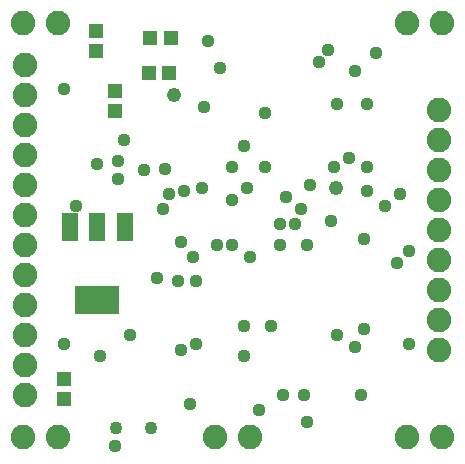
<source format=gbs>
G75*
%MOIN*%
%OFA0B0*%
%FSLAX25Y25*%
%IPPOS*%
%LPD*%
%AMOC8*
5,1,8,0,0,1.08239X$1,22.5*
%
%ADD10R,0.04737X0.05131*%
%ADD11R,0.05131X0.04737*%
%ADD12R,0.05600X0.09600*%
%ADD13R,0.14973X0.09461*%
%ADD14C,0.08200*%
%ADD15C,0.04343*%
%ADD16C,0.04400*%
%ADD17C,0.04762*%
D10*
X0110500Y0113154D03*
X0110500Y0119846D03*
X0127500Y0209154D03*
X0127500Y0215846D03*
X0121000Y0229154D03*
X0121000Y0235846D03*
D11*
X0139154Y0233500D03*
X0145846Y0233500D03*
X0145346Y0222000D03*
X0138654Y0222000D03*
D12*
X0130600Y0170700D03*
X0121500Y0170700D03*
X0112400Y0170700D03*
D13*
X0121500Y0146299D03*
D14*
X0096800Y0100500D03*
X0108200Y0100500D03*
X0097500Y0114500D03*
X0097500Y0124500D03*
X0097500Y0134500D03*
X0097500Y0144500D03*
X0097500Y0154500D03*
X0097500Y0164500D03*
X0097500Y0174500D03*
X0097500Y0184500D03*
X0097500Y0194500D03*
X0097500Y0204500D03*
X0097500Y0214500D03*
X0097500Y0224500D03*
X0096800Y0238500D03*
X0108200Y0238500D03*
X0224800Y0238500D03*
X0236200Y0238500D03*
X0235500Y0209500D03*
X0235500Y0199500D03*
X0235500Y0189500D03*
X0235500Y0179500D03*
X0235500Y0169500D03*
X0235500Y0159500D03*
X0235500Y0149500D03*
X0235500Y0139500D03*
X0235500Y0129500D03*
X0236200Y0100500D03*
X0224800Y0100500D03*
X0172200Y0100500D03*
X0160800Y0100500D03*
D15*
X0139406Y0103500D03*
X0127594Y0103500D03*
D16*
X0127500Y0097500D03*
X0152500Y0111500D03*
X0170500Y0127500D03*
X0170500Y0137500D03*
X0179500Y0137500D03*
X0201500Y0134500D03*
X0207500Y0130500D03*
X0210500Y0136500D03*
X0225500Y0131500D03*
X0209500Y0114500D03*
X0191500Y0105500D03*
X0190500Y0114500D03*
X0183500Y0114500D03*
X0175500Y0109500D03*
X0154500Y0131500D03*
X0149500Y0129500D03*
X0132500Y0134500D03*
X0122500Y0127500D03*
X0110500Y0131500D03*
X0141500Y0153500D03*
X0148500Y0152500D03*
X0154500Y0152500D03*
X0153500Y0160500D03*
X0149500Y0165500D03*
X0161500Y0164500D03*
X0166500Y0164500D03*
X0172500Y0160500D03*
X0182500Y0164500D03*
X0182500Y0171500D03*
X0187500Y0171500D03*
X0189500Y0176500D03*
X0184500Y0180500D03*
X0192500Y0184500D03*
X0200500Y0190500D03*
X0205500Y0193500D03*
X0211500Y0190500D03*
X0211500Y0182500D03*
X0217500Y0177500D03*
X0222500Y0181500D03*
X0210500Y0166500D03*
X0199500Y0172500D03*
X0191500Y0164500D03*
X0171500Y0183500D03*
X0166500Y0179500D03*
X0156500Y0183500D03*
X0150500Y0182500D03*
X0145500Y0181500D03*
X0143500Y0176500D03*
X0144000Y0190000D03*
X0137000Y0189500D03*
X0128500Y0186500D03*
X0128500Y0192500D03*
X0121500Y0191500D03*
X0130500Y0199500D03*
X0110500Y0216500D03*
X0114500Y0177500D03*
X0157000Y0210500D03*
X0162500Y0223500D03*
X0158500Y0232500D03*
X0177500Y0208500D03*
X0170500Y0197500D03*
X0166500Y0190500D03*
X0177500Y0190500D03*
X0201500Y0211500D03*
X0211500Y0211500D03*
X0207500Y0222500D03*
X0214500Y0228500D03*
X0198500Y0229500D03*
X0195500Y0225500D03*
X0225500Y0162500D03*
X0221500Y0158500D03*
D17*
X0201000Y0183500D03*
X0147000Y0214500D03*
M02*

</source>
